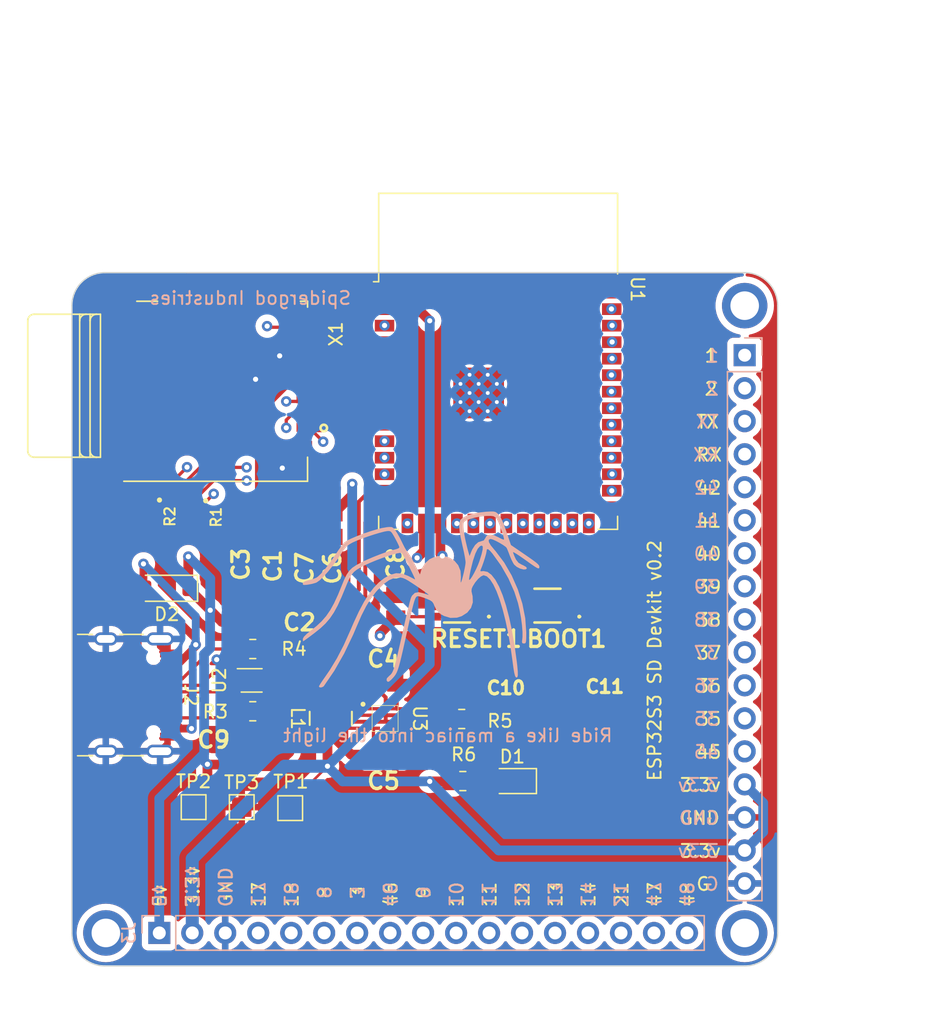
<source format=kicad_pcb>
(kicad_pcb (version 20221018) (generator pcbnew)
  (layers (0 "F.Cu" signal) (1 "In1.Cu" signal) (2 "In2.Cu" signal) (31 "B.Cu" signal) (34 "B.Paste" user) (35 "F.Paste" user) (36 "B.SilkS" user "B.Silkscreen") (37 "F.SilkS" user "F.Silkscreen") (38 "B.Mask" user) (39 "F.Mask" user) (44 "Edge.Cuts" user))
  (net 0 "")
  (net 1 "+3.3V")
  (net 2 "GND")
  (net 3 "+5V")
  (net 4 "Net-(J2-CC1)")
  (net 5 "Net-(J2-D+-PadA6)")
  (net 6 "Net-(J2-D--PadA7)")
  (net 8 "Net-(J2-CC2)")
  (net 10 "Net-(L1-Pad1)")
  (net 11 "/SD Card/SD_CLK")
  (net 12 "/SD Card/SD_CMD")
  (net 13 "/SD Card/SD_D0")
  (net 14 "/SD Card/SD_D1")
  (net 15 "/SD Card/SD_D2")
  (net 16 "/SD Card/SD_D3")
  (net 17 "/USB C/USB_D+")
  (net 18 "/USB C/USB_D-")
  (net 19 "/Reset Boot Buttons/BOOT_BUTTON")
  (net 20 "/Reset Boot Buttons/RESET_BUTTON")
  (net 21 "Net-(D1-A)")
  (net 22 "GPIO_17")
  (net 23 "GPIO_18")
  (net 24 "GPIO_8")
  (net 25 "GPIO_3")
  (net 26 "GPIO_46")
  (net 27 "GPIO_9")
  (net 28 "GPIO_10")
  (net 29 "GPIO_11")
  (net 30 "GPIO_12")
  (net 31 "GPIO_13")
  (net 32 "GPIO_14")
  (net 33 "GPIO_21")
  (net 34 "GPIO_47")
  (net 35 "GPIO_48")
  (net 36 "GPIO_45")
  (net 37 "GPIO_35")
  (net 38 "GPIO_36")
  (net 39 "GPIO_37")
  (net 40 "GPIO_38")
  (net 41 "GPIO_39")
  (net 42 "GPIO_40")
  (net 43 "GPIO_41")
  (net 44 "GPIO_42")
  (net 45 "RXD0")
  (net 46 "TXD0")
  (net 47 "GPIO_2")
  (net 48 "GPIO_1")
  (net 52 "Net-(D2-A)")
  (footprint "dowloaded_parts:DM3AT-SF-PEJM5" (layer "F.Cu") (at 136.2639 75.3763 -90)
    (fp_text reference "X1")
    (fp_text value "DM3AT-SF-PEJM5")
  )
  (footprint "dowloaded_parts:PTS830GG140GSMTRLFS" (layer "F.Cu") (at 148.031 92.2918 180)
    (fp_text reference "RESET1")
    (fp_text value "PTS830GG140GSMTRLFS" hide)
  )
  (footprint "Resistor_SMD:R_0805_2012Metric_Pad1.20x1.40mm_HandSolder" (layer "F.Cu") (at 148.472 105.791 180)
    (fp_text reference "R6")
    (fp_text value "RNCP0805FTD1K00" hide)
  )
  (footprint "dowloaded_parts:Resistor_Array_0805_x4" (layer "F.Cu") (at 124.21 85.67 -90)
    (fp_text reference "R2")
    (fp_text value "YC124-JR-0747KL" hide)
  )
  (footprint "Resistor_SMD:R_0805_2012Metric_Pad1.20x1.40mm_HandSolder" (layer "F.Cu") (at 148.3868 101.0158 180)
    (fp_text reference "R5")
    (fp_text value "RC0805JR-0710KL" hide)
  )
  (footprint "dowloaded_parts:0805_cap" (layer "F.Cu") (at 131.4302 86.1018 -90)
    (fp_text reference "C3")
    (fp_text value "CL21B104KBCNNNC" hide)
  )
  (footprint "dowloaded_parts:0805_cap" (layer "F.Cu") (at 148.336 98.6282 180)
    (fp_text reference "C10")
    (fp_text value "CL21B104KBCNNNC" hide)
  )
  (footprint "dowloaded_parts:0805_cap" (layer "F.Cu") (at 143.3068 92.3798 90)
    (fp_text reference "C8")
    (fp_text value "CL21B105KBFNNNG" hide)
  )
  (footprint "dowloaded_parts:0805_cap" (layer "F.Cu") (at 136.2414 86.1018 -90)
    (fp_text reference "C7")
    (fp_text value "CL21A106KOQNNNE" hide)
  )
  (footprint "dowloaded_parts:0805_cap" (layer "F.Cu") (at 132.4466 93.5362)
    (fp_text reference "C2")
    (fp_text value "CL21B104KBCNNNC" hide)
  )
  (footprint "Resistor_SMD:R_0805_2012Metric_Pad1.20x1.40mm_HandSolder" (layer "F.Cu") (at 132.2942 100.4196)
    (fp_text reference "R3")
    (fp_text value "RC0805FR-075K1L" hide)
  )
  (footprint "dowloaded_parts:IND_NRS3015T100MNGHV_TAY" (layer "F.Cu") (at 138.303 100.965 -90)
    (fp_text reference "L1")
    (fp_text value "NRS3015T1R0NNGHV" hide)
  )
  (footprint "dowloaded_parts:Resistor_Array_0805_x4" (layer "F.Cu") (at 127.77 85.725 -90)
    (fp_text reference "R1")
    (fp_text value "YC124-JR-0747KL" hide)
  )
  (footprint "MountingHole:MountingHole_2.2mm_M2_ISO7380_Pad" (layer "F.Cu") (at 170.18 69.215)
    (fp_text reference "H2" hide)
    (fp_text value "MountingHole" hide)
  )
  (footprint "dowloaded_parts:0805_cap" (layer "F.Cu") (at 155.8036 98.5266)
    (fp_text reference "C11")
    (fp_text value "CL21B104KBCNNNC" hide)
  )
  (footprint "dowloaded_parts:PTS830GG140GSMTRLFS" (layer "F.Cu") (at 154.991 92.2918 180)
    (fp_text reference "BOOT1")
    (fp_text value "PTS830GG140GSMTRLFS" hide)
  )
  (footprint "TestPoint:TestPoint_Pad_1.5x1.5mm" (layer "F.Cu") (at 135.1788 107.8738 90)
    (fp_text reference "TP1")
    (fp_text value "TestPoint" hide)
  )
  (footprint "dowloaded_parts:MLF-8_MT_MCH" (layer "F.Cu") (at 142.48615 100.976999)
    (fp_text reference "U3")
    (fp_text value "MIC23150-SYMT-TR" hide)
  )
  (footprint "dowloaded_parts:0805_cap" (layer "F.Cu") (at 142.367 98.171)
    (fp_text reference "C4")
    (fp_text value "CL21A475KAQNNNE" hide)
  )
  (footprint "MountingHole:MountingHole_2.2mm_M2_ISO7380_Pad" (layer "F.Cu") (at 120.9802 117.475)
    (fp_text reference "H1" hide)
    (fp_text value "MountingHole" hide)
  )
  (footprint "dowloaded_parts:0805_cap" (layer "F.Cu") (at 132.345 102.5024 180)
    (fp_text reference "C9")
    (fp_text value "CL21A106KOQNNNE" hide)
  )
  (footprint "dowloaded_parts:0805_cap" (layer "F.Cu") (at 138.4766 86.1018 -90)
    (fp_text reference "C6")
    (fp_text value "CL21B104KBCNNNC" hide)
  )
  (footprint "Diode_SMD:D_SOD-123" (layer "F.Cu") (at 125.6792 90.9574 180)
    (fp_text reference "D2")
    (fp_text value "B0540WS-TP" hide)
  )
  (footprint "dowloaded_parts:0805_cap" (layer "F.Cu") (at 142.367 103.759)
    (fp_text reference "C5")
    (fp_text value "CL21A475KAQNNNE" hide)
  )
  (footprint "Connector_USB:USB_C_Receptacle_GCT_USB4105-xx-A_16P_TopMnt_Horizontal" (layer "F.Cu") (at 122.05 99.175 -90)
    (fp_text reference "J2")
    (fp_text value "USB4105-GF-A" hide)
  )
  (footprint "dowloaded_parts:0805_cap" (layer "F.Cu") (at 133.803 86.1018 -90)
    (fp_text reference "C1")
    (fp_text value "CL21A106KOQNNNE" hide)
  )
  (footprint "LED_SMD:LED_0805_2012Metric_Pad1.15x1.40mm_HandSolder" (layer "F.Cu") (at 152.282 105.791 180)
    (fp_text reference "D1")
    (fp_text value "LTST-C170KFKT" hide)
  )
  (footprint "TestPoint:TestPoint_Pad_1.5x1.5mm" (layer "F.Cu") (at 127.7366 107.7976)
    (fp_text reference "TP2")
    (fp_text value "TestPoint" hide)
  )
  (footprint "TestPoint:TestPoint_Pad_1.5x1.5mm" (layer "F.Cu") (at 131.445 107.7976)
    (fp_text reference "TP3")
    (fp_text value "TestPoint" hide)
  )
  (footprint "dowloaded_parts:ESP32-S3-WROOM-1" (layer "F.Cu") (at 151.1914 73.4738)
    (fp_text reference "U1")
    (fp_text value "ESP32-S3-WROOM-1" hide)
  )
  (footprint "Package_TO_SOT_SMD:SOT-666" (layer "F.Cu") (at 132.207 98.044)
    (fp_text reference "U2")
    (fp_text value "USBLC6-2P6" hide)
  )
  (footprint "Resistor_SMD:R_0805_2012Metric_Pad1.20x1.40mm_HandSolder" (layer "F.Cu") (at 132.2942 95.631)
    (fp_text reference "R4")
    (fp_text value "RC0805FR-075K1L" hide)
  )
  (footprint "MountingHole:MountingHole_2.2mm_M2_ISO7380_Pad" (layer "F.Cu") (at 170.18 117.475)
    (fp_text reference "H3" hide)
    (fp_text value "MountingHole" hide)
  )
  (footprint "LOGO" (layer "B.Cu") (at 145.288 91.821 180)
    (fp_text reference "G***" hide)
    (fp_text value "LOGO" hide)
  )
  (footprint "Connector_PinHeader_2.54mm:PinHeader_1x17_P2.54mm_Vertical" (layer "B.Cu") (at 125.095 117.475 -90)
    (fp_text reference "J3")
    (fp_text value "Conn_01x17" hide)
  )
  (footprint "Connector_PinHeader_2.54mm:PinHeader_1x17_P2.54mm_Vertical" (layer "B.Cu") (at 170.18 73.025 180)
    (fp_text reference "J1" hide)
    (fp_text value "Conn_01x17" hide)
  )
  (gr_line (start 172.72 117.475) (end 172.72 69.215) (stroke (width 0.1)) (layer "Edge.Cuts"))
  (gr_line (start 118.364 69.215) (end 118.364 117.475) (stroke (width 0.1)) (layer "Edge.Cuts"))
  (gr_arc (start 120.904 120.015) (mid 119.107949 119.271051) (end 118.364 117.475) (stroke (width 0.1)) (layer "Edge.Cuts"))
  (gr_arc (start 118.364 69.215) (mid 119.107949 67.418949) (end 120.904 66.675) (stroke (width 0.1)) (layer "Edge.Cuts"))
  (gr_arc (start 172.72 117.475) (mid 171.976051 119.271051) (end 170.18 120.015) (stroke (width 0.1)) (layer "Edge.Cuts"))
  (gr_arc (start 170.18 66.675) (mid 171.976051 67.418949) (end 172.72 69.215) (stroke (width 0.1)) (layer "Edge.Cuts"))
  (gr_line (start 120.904 120.015) (end 170.18 120.015) (stroke (width 0.1)) (layer "Edge.Cuts"))
  (gr_line (start 120.904 66.675) (end 170.18 66.675) (stroke (width 0.1)) (layer "Edge.Cuts"))
  (gr_text "38" (at 168.275 93.98) (layer "B.SilkS") (effects (font (size 1 1)) (justify left bottom mirror)))
  (gr_text "39" (at 168.275 91.44) (layer "B.SilkS") (effects (font (size 1 1)) (justify left bottom mirror)))
  (gr_text "3.3v" (at 168.275 111.76) (layer "B.SilkS") (effects (font (size 1 1)) (justify left bottom mirror)))
  (gr_text "GND" (at 168.275 109.22) (layer "B.SilkS") (effects (font (size 1 1)) (justify left bottom mirror)))
  (gr_text "5v" (at 124.46 115.57 -90) (layer "B.SilkS") (effects (font (size 1 1)) (justify left bottom mirror)))
  (gr_text "42" (at 168.275 83.82) (layer "B.SilkS") (effects (font (size 1 1)) (justify left bottom mirror)))
  (gr_text "48" (at 165.1 115.57 -90) (layer "B.SilkS") (effects (font (size 1 1)) (justify left bottom mirror)))
  (gr_text "3.3v" (at 127 115.57 -90) (layer "B.SilkS") (effects (font (size 1 1)) (justify left bottom mirror)))
  (gr_text "45" (at 168.275 104.14) (layer "B.SilkS") (effects (font (size 1 1)) (justify left bottom mirror)))
  (gr_text "GND" (at 129.54 115.57 -90) (layer "B.SilkS") (effects (font (size 1 1)) (justify left bottom mirror)))
  (gr_text "11" (at 149.86 115.57 -90) (layer "B.SilkS") (effects (font (size 1 1)) (justify left bottom mirror)))
  (gr_text "Ride like a maniac into the light" (at 147.32 102.87) (layer "B.SilkS") (effects (font (size 1 1)) (justify bottom mirror)))
  (gr_text "1" (at 168.275 73.66) (layer "B.SilkS") (effects (font (size 1 1)) (justify left bottom mirror)))
  (gr_text "14" (at 157.48 115.57 -90) (layer "B.SilkS") (effects (font (size 1 1)) (justify left bottom mirror)))
  (gr_text "TX" (at 168.275 78.74) (layer "B.SilkS") (effects (font (size 1 1)) (justify left bottom mirror)))
  (gr_text "37" (at 168.275 96.52) (layer "B.SilkS") (effects (font (size 1 1)) (justify left bottom mirror)))
  (gr_text "G" (at 168.275 114.3) (layer "B.SilkS") (effects (font (size 1 1)) (justify left bottom mirror)))
  (gr_text "3" (at 139.7 114.935 -90) (layer "B.SilkS") (effects (font (size 1 1)) (justify left bottom mirror)))
  (gr_text "40" (at 168.275 88.9) (layer "B.SilkS") (effects (font (size 1 1)) (justify left bottom mirror)))
  (gr_text "3.3v" (at 168.275 106.68) (layer "B.SilkS") (effects (font (size 1 1)) (justify left bottom mirror)))
  (gr_text "35" (at 168.275 101.6) (layer "B.SilkS") (effects (font (size 1 1)) (justify left bottom mirror)))
  (gr_text "18" (at 134.62 115.57 -90) (layer "B.SilkS") (effects (font (size 1 1)) (justify left bottom mirror)))
  (gr_text "10" (at 147.32 115.57 -90) (layer "B.SilkS") (effects (font (size 1 1)) (justify left bottom mirror)))
  (gr_text "9" (at 144.78 114.935 -90) (layer "B.SilkS") (effects (font (size 1 1)) (justify left bottom mirror)))
  (gr_text "Spidergod Industries" (at 139.954 69.215) (layer "B.SilkS") (effects (font (size 1 1)) (justify left bottom mirror)))
  (gr_text "21" (at 160.02 115.57 -90) (layer "B.SilkS") (effects (font (size 1 1)) (justify left bottom mirror)))
  (gr_text "RX" (at 168.275 81.28) (layer "B.SilkS") (effects (font (size 1 1)) (justify left bottom mirror)))
  (gr_text "46" (at 142.24 115.57 -90) (layer "B.SilkS") (effects (font (size 1 1)) (justify left bottom mirror)))
  (gr_text "2" (at 168.275 76.2) (layer "B.SilkS") (effects (font (size 1 1)) (justify left bottom mirror)))
  (gr_text "12" (at 152.4 115.57 -90) (layer "B.SilkS") (effects (font (size 1 1)) (justify left bottom mirror)))
  (gr_text "13" (at 154.94 115.57 -90) (layer "B.SilkS") (effects (font (size 1 1)) (justify left bottom mirror)))
  (gr_text "8" (at 137.16 114.935 -90) (layer "B.SilkS") (effects (font (size 1 1)) (justify left bottom mirror)))
  (gr_text "17" (at 132.08 115.57 -90) (layer "B.SilkS") (effects (font (size 1 1)) (justify left bottom mirror)))
  (gr_text "41" (at 168.275 86.36) (layer "B.SilkS") (effects (font (size 1 1)) (justify left bottom mirror)))
  (gr_text "47" (at 162.56 115.57 -90) (layer "B.SilkS") (effects (font (size 1 1)) (justify left bottom mirror)))
  (gr_text "36" (at 168.275 99.06) (layer "B.SilkS") (effects (font (size 1 1)) (justify left bottom mirror)))
  (gr_text "13" (at 156.21 115.57 90) (layer "F.SilkS") (effects (font (size 1 1)) (justify left bottom)))
  (gr_text "10" (at 148.59 115.57 90) (layer "F.SilkS") (effects (font (size 1 1)) (justify left bottom)))
  (gr_text "RX" (at 166.37 81.28) (layer "F.SilkS") (effects (font (size 1 1)) (justify left bottom)))
  (gr_text "G" (at 166.37 114.3) (layer "F.SilkS") (effects (font (size 1 1)) (justify left bottom)))
  (gr_text "36" (at 166.37 99.06) (layer "F.SilkS") (effects (font (size 1 1)) (justify left bottom)))
  (gr_text "14" (at 158.75 115.57 90) (layer "F.SilkS") (effects (font (size 1 1)) (justify left bottom)))
  (gr_text "21" (at 161.29 115.57 90) (layer "F.SilkS") (effects (font (size 1 1)) (justify left bottom)))
  (gr_text "35" (at 166.37 101.6) (layer "F.SilkS") (effects (font (size 1 1)) (justify left bottom)))
  (gr_text "3" (at 140.97 114.935 90) (layer "F.SilkS") (effects (font (size 1 1)) (justify left bottom)))
  (gr_text "9" (at 146.05 114.935 90) (layer "F.SilkS") (effects (font (size 1 1)) (justify left bottom)))
  (gr_text "38" (at 166.37 93.98) (layer "F.SilkS") (effects (font (size 1 1)) (justify left bottom)))
  (gr_text "42" (at 166.37 83.82) (layer "F.SilkS") (effects (font (size 1 1)) (justify left bottom)))
  (gr_text "37" (at 166.37 96.52) (layer "F.SilkS") (effects (font (size 1 1)) (justify left bottom)))
  (gr_text "ESP32S3 SD Devkit v0.2" (at 163.83 96.52 90) (layer "F.SilkS") (effects (font (size 1 1)) (justify bottom)))
  (gr_text "18" (at 135.89 115.57 90) (layer "F.SilkS") (effects (font (size 1 1)) (justify left bottom)))
  (gr_text "3.3v" (at 128.27 115.57 90) (layer "F.SilkS") (effects (font (size 1 1)) (justify left bottom)))
  (gr_text "45" (at 166.37 104.14) (layer "F.SilkS") (effects (font (size 1 1)) (justify left bottom)))
  (gr_text "5v" (at 125.73 115.57 90) (layer "F.SilkS") (effects (font (size 1 1)) (justify left bottom)))
  (gr_text "47" (at 163.83 115.57 90) (layer "F.SilkS") (effects (font (size 1 1)) (justify left bottom)))
  (gr_text "3.3v" (at 165.1 106.68) (layer "F.SilkS") (effects (font (size 1 1)) (justify left bottom)))
  (gr_text "3.3v" (at 165.1 111.76) (layer "F.SilkS") (effects (font (size 1 1)) (justify left bottom)))
  (gr_text "48" (at 166.37 115.57 90) (layer "F.SilkS") (effects (font (size 1 1)) (justify left bottom)))
  (gr_text "1" (at 167.005 73.66) (layer "F.SilkS") (effects (font (size 1 1)) (justify left bottom)))
  (gr_text "8" (at 138.43 114.935 90) (layer "F.SilkS") (effects (font (size 1 1)) (justify left bottom)))
  (gr_text "GND" (at 130.81 115.57 90) (layer "F.SilkS") (effects (font (size 1 1)) (justify left bottom)))
  (gr_text "12" (at 153.67 115.57 90) (layer "F.SilkS") (effects (font (size 1 1)) (justify left bottom)))
  (gr_text "2" (at 167.005 76.2) (layer "F.SilkS") (effects (font (size 1 1)) (justify left bottom)))
  (gr_text "11" (at 151.13 115.57 90) (layer "F.SilkS") (effects (font (size 1 1)) (justify left bottom)))
  (gr_text "TX" (at 166.37 78.74) (layer "F.SilkS") (effects (font (size 1 1)) (justify left bottom)))
  (gr_text "40" (at 166.37 88.9) (layer "F.SilkS") (effects (font (size 1 1)) (justify left bottom)))
  (gr_text "39" (at 166.37 91.44) (layer "F.SilkS") (effects (font (size 1 1)) (justify left bottom)))
  (gr_text "17" (at 133.35 115.57 90) (layer "F.SilkS") (effects (font (size 1 1)) (justify left bottom)))
  (gr_text "41" (at 166.37 86.36) (layer "F.SilkS") (effects (font (size 1 1)) (justify left bottom)))
  (gr_text "GND" (at 165.1 109.22) (layer "F.SilkS") (effects (font (size 1 1)) (justify left bottom)))
  (gr_text "46" (at 143.51 115.57 90) (layer "F.SilkS") (effects (font (size 1 1)) (justify left bottom)))
  (segment (start 138.049 102.4408) (end 138.303 102.1868) (width 0.75) (layer "F.Cu") (net 1))
  (segment (start 135.1788 108.1024) (end 135.1788 107.5182) (width 0.2) (layer "F.Cu") (net 1))
  (segment (start 134.8846 85.2608) (end 136.2414 85.2608) (width 0.75) (layer "F.Cu") (net 1))
  (segment (start 128.595 86.305) (end 129.877 86.305) (width 0.5) (layer "F.Cu") (net 1))
  (segment (start 145.923 70.376141) (end 145.030659 69.4838) (width 0.75) (layer "F.Cu") (net 1))
  (segment (start 127.52 86.305) (end 128.02 86.305) (width 0.5) (layer "F.Cu") (net 1))
  (segment (start 139.954 82.931) (end 139.954 83.7834) (width 0.75) (layer "F.Cu") (net 1))
  (segment (start 138.7628 101.727) (end 138.303 102.1868) (width 0.25) (layer "F.Cu") (net 1))
  (segment (start 129.877 86.305) (end 130.9212 85.2608) (width 0.5) (layer "F.Cu") (net 1))
  (segment (start 123.385 86.25) (end 123.96 86.25) (width 0.5) (layer "F.Cu") (net 1))
  (segment (start 141.5893 101.727) (end 138.7628 101.727) (width 0.25) (layer "F.Cu") (net 1))
  (segment (start 139.8752 103.759) (end 138.303 102.1868) (width 0.75) (layer "F.Cu") (net 1))
  (segment (start 125.035 86.25) (end 126.89 86.25) (width 0.5) (layer "F.Cu") (net 1))
  (segment (start 136.2414 85.2608) (end 138.4766 85.2608) (width 0.75) (layer "F.Cu") (net 1))
  (segment (start 145.923 105.8164) (end 147.4466 105.8164) (width 0.75) (layer "F.Cu") (net 1))
  (segment (start 132.842 85.2608) (end 133.803 85.2608) (width 0.75) (layer "F.Cu") (net 1))
  (segment (start 141.5893 103.6957) (end 141.526 103.759) (width 0.25) (layer "F.Cu") (net 1))
  (segment (start 147.3868 105.7058) (end 147.472 105.791) (width 0.25) (layer "F.Cu") (net 1))
  (segment (start 130.9212 85.2608) (end 131.4302 85.2608) (width 0.5) (layer "F.Cu") (net 1))
  (segment (start 138.049 104.648) (end 138.049 102.4408) (width 0.75) (layer "F.Cu") (net 1))
  (segment (start 126.945 86.305) (end 127.52 86.305) (width 0.5) (layer "F.Cu") (net 1))
  (segment (start 131.4302 85.2608) (end 132.842 85.2608) (width 0.75) (layer "F.Cu") (net 1))
  (segment (start 135.1788 107.5182) (end 138.049 104.648) (width 0.2) (layer "F.Cu") (net 1))
  (segment (start 124.46 86.25) (end 125.035 86.25) (width 0.5) (layer "F.Cu") (net 1))
  (segment (start 123.96 86.25) (end 124.46 86.25) (width 0.5) (layer "F.Cu") (net 1))
  (segment (start 128.595 86.305) (end 128.02 86.305) (width 0.5) (layer "F.Cu") (net 1))
  (segment (start 133.803 85.2608) (end 134.8846 85.2608) (width 0.75) (layer "F.Cu") (net 1))
  (segment (start 136.2639 75.2763) (end 134.799841 75.2763) (width 0.75) (layer "F.Cu") (net 1))
  (segment (start 134.799841 75.2763) (end 132.842 77.234141) (width 0.75) (layer "F.Cu") (net 1))
  (segment (start 139.954 83.7834) (end 138.4766 85.2608) (width 0.75) (layer "F.Cu") (net 1))
  (segment (start 126.89 86.25) (end 126.945 86.305) (width 0.5) (layer "F.Cu") (net 1))
  (segment (start 147.4466 105.8164) (end 147.472 105.791) (width 0.75) (layer "F.Cu") (net 1))
  (segment (start 132.842 77.234141) (end 132.842 85.2608) (width 0.75) (layer "F.Cu") (net 1))
  (segment (start 147.3868 101.0158) (end 147.3868 105.7058) (width 0.25) (layer "F.Cu") (net 1))
  (segment (start 141.5893 101.727) (end 141.5893 103.6957) (width 0.25) (layer "F.Cu") (net 1))
  (segment (start 145.030659 69.4838) (end 142.4414 69.4838) (width 0.75) (layer "F.Cu") (net 1))
  (segment (start 141.526 103.759) (end 139.8752 103.759) (width 0.75) (layer "F.Cu") (net 1))
  (via (at 138.049 104.648) (size 0.8) (drill 0.4) (layers "F.Cu" "B.Cu") (net 1))
  (via (at 145.923 105.8164) (size 0.8) (drill 0.4) (layers "F.Cu" "B.Cu") (net 1))
  (via (at 145.923 70.376141) (size 0.8) (drill 0.4) (layers "F.Cu" "B.Cu") (net 1))
  (via (at 139.954 82.931) (size 0.8) (drill 0.4) (layers "F.Cu" "B.Cu") (net 1))
  (segment (start 171.605 109.7) (end 171.605 107.47) (width 0.75) (layer "B.Cu") (net 1))
  (segment (start 139.954 89.408) (end 139.954 82.931) (width 0.75) (layer "B.Cu") (net 1))
  (segment (start 145.923 96.774) (end 138.049 104.648) (width 0.75) (layer "B.Cu") (net 1))
  (segment (start 151.2316 111.125) (end 170.18 111.125) (width 0.75) (layer "B.Cu") (net 1))
  (segment (start 134.747 104.648) (end 127.635 111.76) (width 1) (layer "B.Cu") (net 1))
  (segment (start 145.923 70.376141) (end 145.923 95.377) (width 0.75) (layer "B.Cu") (net 1))
  (segment (start 145.923 105.8164) (end 151.2316 111.125) (width 0.75) (layer "B.Cu") (net 1))
  (segment (start 139.2174 105.8164) (end 145.923 105.8164) (width 0.75) (layer "B.Cu") (net 1))
  (segment (start 170.18 111.125) (end 171.605 109.7) (width 0.75) (layer "B.Cu") (net 1))
  (segment (start 138.049 104.648) (end 139.2174 105.8164) (width 0.75) (layer "B.Cu") (net 1))
  (segment (start 127.635 111.76) (end 127.635 117.475) (width 1) (layer "B.Cu") (net 1))
  (segment (start 145.923 95.377) (end 139.954 89.408) (width 0.75) (layer "B.Cu") (net 1))
  (segment (start 171.605 107.47) (end 170.18 106.045) (width 0.75) (layer "B.Cu") (net 1))
  (segment (start 145.923 95.377) (end 145.923 96.774) (width 0.75) (layer "B.Cu") (net 1))
  (segment (start 138.049 104.648) (end 134.747 104.648) (width 1) (layer "B.Cu") (net 1))
  (segment (start 156.716 92.2918) (end 156.716 91.5918) (width 0.3) (layer "F.Cu") (net 2))
  (segment (start 125.73 102.92) (end 125.155 103.495) (width 0.5) (layer "F.Cu") (net 2))
  (segment (start 149.756 92.2918) (end 149.756 91.5918) (width 0.3) (layer "F.Cu") (net 2))
  (segment (start 133.2942 102.3942) (end 133.186 102.5024) (width 0.75) (layer "F.Cu") (net 2))
  (segment (start 146.306 92.2918) (end 146.306 91.5918) (width 0.3) (layer "F.Cu") (net 2))
  (segment (start 143.383 103.6475) (end 143.2715 103.759) (width 0.3) (layer "F.Cu") (net 2))
  (segment (start 125.155 94.855) (end 125.155 95.4) (width 0.5) (layer "F.Cu") (net 2))
  (segment (start 125.73 102.375) (end 125.73 102.92) (width 0.5) (layer "F.Cu") (net 2))
  (segment (start 153.266 91.5918) (end 153.416 91.4418) (width 0.3) (layer "F.Cu") (net 2))
  (segment (start 149.756 91.5918) (end 149.606 91.4418) (width 0.3) (layer "F.Cu") (net 2))
  (segment (start 143.383 101.727) (end 143.383 103.6475) (width 0.3) (layer "F.Cu") (net 2))
  (segment (start 125.655 95.9) (end 125.73 95.9) (width 0.5) (layer "F.Cu") (net 2))
  (segment (start 133.2942 100.4196) (end 133.2942 102.3942) (width 0.75) (layer "F.Cu") (net 2))
  (segment (start 156.716 91.5918) (end 156.566 91.4418) (width 0.3) (layer "F.Cu") (net 2))
  (segment (start 146.306 91.5918) (end 146.456 91.4418) (width 0.3) (layer "F.Cu") (net 2))
  (segment (start 131.282 98.044) (end 131.857 98.044) (width 0.3) (layer "F.Cu") (net 2))
  (segment (start 134.3655 73.0763) (end 134.3147 73.0763) (width 0.5) (layer "F.Cu") (net 2))
  (segment (start 131.6866 96.7486) (end 129.8194 96.7486) (width 0.3) (layer "F.Cu") (net 2))
  (segment (start 133.2872 100.4196) (end 133.2942 100.4196) (width 0.3) (layer "F.Cu") (net 2))
  (segment (start 136.2414 87.0063) (end 138.4766 87.0063) (width 0.75) (layer "F.Cu") (net 2))
  (segment (start 143.383 100.226998) (end 143.383 98.2825) (width 0.3) (layer "F.Cu") (net 2))
  (segment (start 131.957 97.944) (end 131.957 97.019) (width 0.3) (layer "F.Cu") (net 2))
  (segment (start 133.803 87.0063) (end 136.2414 87.0063) (width 0.75) (layer "F.Cu") (net 2))
  (segment (start 134.3147 73.0763) (end 132.5118 74.8792) (width 0.5) (layer "F.Cu") (net 2))
  (segment (start 134.3655 73.0763) (end 136.2639 73.0763) (width 0.5) (layer "F.Cu") (net 2))
  (segment (start 143.383 98.2825) (end 143.2715 98.171) (width 0.3) (layer "F.Cu") (net 2))
  (segment (start 131.4302 87.0063) (end 133.803 87.0063) (width 0.75) (layer "F.Cu") (net 2))
  (segment (start 153.266 92.2918) (end 153.266 91.5918) (width 0.3) (layer "F.Cu") (net 2))
  (segment (start 131.9856 98.1726) (end 131.9856 99.118) (width 0.3) (layer "F.Cu") (net 2))
  (segment (start 131.857 98.044) (end 131.9856 98.1726) (width 0.3) (layer "F.Cu") (net 2))
  (segment (start 131.957 97.019) (end 131.6866 96.7486) (width 0.3) (layer "F.Cu") (net 2))
  (segment (start 131.857 98.044) (end 131.957 97.944) (width 0.3) (layer "F.Cu") (net 2))
  (segment (start 129.8194 96.7486) (end 129.5146 96.4438) (width 0.3) (layer "F.Cu") (net 2))
  (segment (start 131.9856 99.118) (end 133.2872 100.4196) (width 0.3) (layer "F.Cu") (net 2))
  (segment (start 125.155 95.4) (end 125.655 95.9) (width 0.5) (layer "F.Cu") (net 2))
  (via (at 129.5146 96.4438) (size 0.8) (drill 0.4) (layers "F.Cu" "B.Cu") (net 2))
  (via (at 132.5118 74.8792) (size 0.8) (drill 0.4) (layers "F.Cu" "B.Cu") (net 2))
  (via (at 134.5692 81.7118) (size 0.8) (drill 0.4) (layers "F.Cu" "B.Cu") (net 2))
  (via (at 134.3655 73.0763) (size 0.8) (drill 0.4) (layers "F.Cu" "B.Cu") (net 2))
  (segment (start 127.3292 88.52) (end 127.3292 90.9574) (width 0.75) (layer "F.Cu") (net 3))
  (segment (start 128.8034 106.7308) (end 127.7366 107.7976) (width 0.75) (layer "F.Cu") (net 3))
  (segment (start 135.001 101.092) (end 135.001 103.505) (width 1) (layer "F.Cu") (net 3))
  (segment (start 142.52985 101.135849) (end 142.52985 100.457) (width 0.3) (layer "F.Cu") (net 3))
  (segment (start 141.5893 101.226999) (end 142.621 101.226999) (width 0.3) (layer "F.Cu") (net 3))
  (segment (start 132.432 97.917) (end 132.432 96.822249) (width 0.25) (layer "F.Cu") (net 3))
  (segment (start 135.001 99.7708) (end 135.001 101.092) (width 1) (layer "F.Cu") (net 3))
  (segment (start 132.2192 94.1498) (end 131.6056 93.5362) (width 0.25) (layer "F.Cu") (net 3))
  (segment (start 127.3302 88.519) (end 127.3292 88.52) (width 0.75) (layer "F.Cu") (net 3))
  (segment (start 132.559 98.044) (end 132.432 97.917) (width 0.25) (layer "F.Cu") (net 3))
  (segment (start 142.52985 100.703998) (end 142.52985 100.457) (width 0.3) (layer "F.Cu") (net 3))
  (segment (start 131.4405 103.7545) (end 131.4405 102.5024) (width 1) (layer "F.Cu") (net 3))
  (segment (start 132.432 96.822249) (end 132.2192 96.609449) (width 0.25) (layer "F.Cu") (net 3))
  (segment (start 142.552851 100.726999) (end 142.52985 100.703998) (width 0.3) (layer "F.Cu") (net 3))
  (segment (start 143.383 100.726999) (end 142.552851 100.726999) (width 0.3) (layer "F.Cu") (net 3))
  (segment (start 129.908 93.5362) (end 131.6056 93.5362) (width 0.75) (layer "F.Cu") (net 3))
  (segment (start 141.5893 101.226999) (end 135.135999 101.226999) (width 0.3) (layer "F.Cu") (net 3))
  (segment (start 142.52985 100.457) (end 142.52985 99.35385) (width 0.3) (layer "F.Cu") (net 3))
  (segment (start 142.621 101.226999) (end 143.383 101.226999) (width 0.3) (layer "F.Cu") (net 3))
  (segment (start 128.8034 104.4956) (end 128.8034 106.7308) (width 0.75) (layer "F.Cu") (net 3))
  (segment (start 142.52985 99.35385) (end 141.526 98.35) (width 0.3) (layer "F.Cu") (net 3))
  (segment (start 128.8034 104.4956) (end 128.8288 104.521) (width 0.75) (layer "F.Cu") (net 3))
  (segment (start 141.526 98.171) (end 136.6008 98.171) (width 1) (layer "F.Cu") (net 3))
  (segment (start 133.132 98.044) (end 132.559 98.044) (width 0.25) (layer "F.Cu") (net 3))
  (segment (start 132.2192 96.609449) (end 132.2192 94.1498) (width 0.25) (layer "F.Cu") (net 3))
  (segment (start 135.001 103.505) (end 133.985 104.521) (width 1) (layer "F.Cu") (net 3))
  (segment (start 142.621 101.226999) (end 142.52985 101.135849) (width 0.3) (layer "F.Cu") (net 3))
  (segment (start 133.985 104.521) (end 132.207 104.521) (width 1) (layer "F.Cu") (net 3))
  (segment (start 135.135999 101.226999) (end 135.001 101.092) (width 0.3) (layer "F.Cu") (net 3))
  (segment (start 136.6008 98.171) (end 135.001 99.7708) (width 1) (layer "F.Cu") (net 3))
  (segment (start 128.8288 104.521) (end 132.207 104.521) (width 0.75) (layer "F.Cu") (net 3))
  (segment (start 129.0188 92.647) (end 129.908 93.5362) (width 0.75) (layer "F.Cu") (net 3))
  (segment (start 127.3292 90.9574) (end 129.0188 92.647) (width 0.75) (layer "F.Cu") (net 3))
  (segment (start 132.207 104.521) (end 131.4405 103.7545) (width 1) (layer "F.Cu") (net 3))
  (via (at 129.0188 92.647) (size 0.8) (drill 0.4) (layers "F.Cu" "B.Cu") (net 3))
  (via (at 128.8034 104.4956) (size 0.8) (drill 0.4) (layers "F.Cu" "B.Cu") (net 3))
  (via (at 127.3302 88.519) (size 0.8) (drill 0.4) (layers "F.Cu" "B.Cu") (net 3))
  (segment (start 129.0188 92.647) (end 129.0066 92.6592) (width 0.75) (layer "B.Cu") (net 3))
  (segment (start 128.8034 104.4956) (end 128.5396 104.2318) (width 0.75) (layer "B.Cu") (net 3))
  (segment (start 129.0066 95.572941) (end 128.5396 96.039941) (width 0.75) (layer "B.Cu") (net 3))
  (segment (start 128.5396 96.847659) (end 128.5494 96.857459) (width 0.75) (layer "B.Cu") (net 3))
  (segment (start 128.5396 96.039941) (end 128.5396 96.847659) (width 0.75) (layer "B.Cu") (net 3))
  (segment (start 128.5494 103.6828) (end 128.5396 103.6926) (width 0.75) (layer "B.Cu") (net 3))
  (segment (start 129.0066 92.6592) (end 129.0066 95.572941) (width 0.75) (layer "B.Cu") (net 3))
  (segment (start 128.5494 96.857459) (end 128.5494 103.6828) (width 0.75) (layer "B.Cu") (net 3))
  (segment (start 128.5396 104.2318) (end 128.5396 103.6926) (width 0.75) (layer "B.Cu") (net 3))
  (segment (start 125.095 107.1372) (end 125.095 117.475) (width 0.75) (layer "B.Cu") (net 3))
  (segment (start 129.0188 90.2076) (end 129.0188 92.647) (width 0.75) (layer "B.Cu") (net 3))
  (segment (start 127.3302 88.519) (end 129.0188 90.2076) (width 0.75) (layer "B.Cu") (net 3))
  (segment (start 128.5396 103.6926) (end 125.095 107.1372) (width 0.75) (layer "B.Cu") (net 3))
  (segment (start 129.159 95.631) (end 131.2942 95.631) (width 0.25) (layer "F.Cu") (net 4))
  (segment (start 125.73 97.925) (end 126.865 97.925) (width 0.25) (layer "F.Cu") (net 4))
  (segment (start 126.865 97.925) (end 129.159 95.631) (width 0.25) (layer "F.Cu") (net 4))
  (segment (start 126.605 99.925) (end 127.605 98.925) (width 0.25) (layer "F.Cu") (net 5))
  (segment (start 127.635 98.925) (end 131.0135 98.925) (width 0.25) (layer "F.Cu") (net 5))
  (segment (start 127.605 98.925) (end 127.635 98.925) (width 0.25) (layer "F.Cu") (net 5))
  (segment (start 125.73 99.925) (end 126.605 99.925) (width 0.25) (layer "F.Cu") (net 5))
  (segment (start 131.0135 98.925) (end 131.357 98.5815) (width 0.25) (layer "F.Cu") (net 5))
  (segment (start 125.73 98.925) (end 127.635 98.925) (width 0.25) (layer "F.Cu") (net 5))
  (segment (start 125.73 98.425) (end 128.27 98.425) (width 0.25) (layer "F.Cu") (net 6))
  (segment (start 125.73 99.425) (end 124.855 99.425) (width 0.25) (layer "F.Cu") (net 6))
  (segment (start 128.27 98.425) (end 129.1885 97.5065) (width 0.25) (layer "F.Cu") (net 6))
  (segment (start 124.855 98.425) (end 125.73 98.425) (width 0.25) (layer "F.Cu") (net 6))
  (segment (start 124.714 98.566) (end 124.855 98.425) (width 0.25) (layer "F.Cu") (net 6))
  (segment (start 124.855 99.425) (end 124.714 99.284) (width 0.25) (layer "F.Cu") (net 6))
  (segment (start 124.714 99.284) (end 124.714 98.566) (width 0.25) (layer "F.Cu") (net 6))
  (segment (start 129.1885 97.5065) (end 131.357 97.5065) (width 0.25) (layer "F.Cu") (net 6))
  (segment (start 131.2942 100.4196) (end 130.7888 100.925) (width 0.25) (layer "F.Cu") (net 8))
  (segment (start 130.7888 100.925) (end 125.73 100.925) (width 0.25) (layer "F.Cu") (net 8))
  (segment (start 141.5893 100.226998) (end 138.786798 100.226998) (width 0.25) (layer "F.Cu") (net 10))
  (segment (start 138.786798 100.226998) (end 138.303 99.7432) (width 0.25) (layer "F.Cu") (net 10))
  (segment (start 141.5893 100.726999) (end 139.286799 100.726999) (width 0.25) (layer "F.Cu") (net 10))
  (segment (start 139.286799 100.726999) (end 138.303 99.7432) (width 0.25) (layer "F.Cu") (net 10))
  (segment (start 126.945 83.735903) (end 129.474202 81.206701) (width 0.25) (layer "F.Cu") (net 11))
  (segment (start 126.945 85.145) (end 126.945 83.735903) (width 0.25) (layer "F.Cu") (net 11))
  (segment (start 141.214396 74.5638) (end 140.432396 73.7818) (width 0.75) (layer "F.Cu") (net 11))
  (segment (start 132.142 76.773) (end 134.7387 74.1763) (width 0.25) (layer "F.Cu") (net 11))
  (segment (start 130.756299 81.206701) (end 132.142 79.821) (width 0.25) (layer "F.Cu") (net 11))
  (segment (start 132.142 79.821) (end 132.142 76.773) (width 0.25) (layer "F.Cu") (net 11))
  (segment (start 134.7387 74.1763) (end 136.2639 74.1763) (width 0.25) (layer "F.Cu") (net 11))
  (segment (start 142.4414 74.5638) (end 141.214396 74.5638) (width 0.75) (layer "F.Cu") (net 11))
  (segment (start 137.8564 73.7818) (end 137.4619 74.1763) (width 0.75) (layer "F.Cu") (net 11))
  (segment (start 129.474202 81.206701) (end 130.756299 81.206701) (width 0.25) (layer "F.Cu") (net 11))
  (segment (start 140.432396 73.7818) (end 137.8564 73.7818) (width 0.75) (layer "F.Cu") (net 11))
  (segment (start 137.4619 74.1763) (end 136.2639 74.1763) (width 0.75) (layer "F.Cu") (net 11))
  (segment (start 140.739893 75.4328) (end 141.140893 75.8338) (width 0.75) (layer "F.Cu") (net 12))
  (segment (start 136.2639 76.3763) (end 137.2939 76.3763) (width 0.75) (layer "F.Cu") (net 12))
  (segment (start 136.0592 76.581) (end 136.2639 76.3763) (width 0.25) (layer "F.Cu") (net 12))
  (segment (start 141.140893 75.8338) (end 142.4414 75.8338) (width 0.75) (layer "F.Cu") (net 12))
  (segment (start 134.874 76.581) (end 136.0592 76.581) (width 0.25) (layer "F.Cu") (net 12))
  (segment (start 138.2374 75.4328) (end 140.739893 75.4328) (width 0.75) (layer "F.Cu") (net 12))
  (segment (start 137.2939 76.3763) (end 138.2374 75.4328) (width 0.75) (layer "F.Cu") (net 12))
  (segment (start 129.660598 81.656701) (end 131.821701 81.656701) (width 0.25) (layer "F.Cu") (net 12))
  (segment (start 127.52 83.797299) (end 129.660598 81.656701) (width 0.25) (layer "F.Cu") (net 12))
  (segment (start 127.52 85.145) (end 127.52 83.797299) (width 0.25) (layer "F.Cu") (net 12))
  (via (at 134.874 76.581) (size 0.8) (drill 0.4) (layers "F.Cu" "B.Cu") (net 12))
  (via (at 131.821701 81.656701) (size 0.8) (drill 0.4) (layers "F.Cu" "B.Cu") (net 12))
  (segment (start 141.287898 73.2938) (end 139.970398 71.9763) (width 0.75) (layer "F.Cu") (net 13))
  (segment (start 125.035 84.86) (end 129.25 80.645) (width 0.25) (layer "F.Cu") (net 13))
  (segment (start 131.692 79.255) (end 131.692 74.2512) (width 0.25) (layer "F.Cu") (net 13))
  (segment (start 130.302 80.645) (end 131.692 79.255) (width 0.25) (layer "F.Cu") (net 13))
  (segment (start 131.692 74.2512) (end 133.9669 71.9763) (width 0.25) (layer "F.Cu") (net 13))
  (segment (start 142.4414 73.2938) (end 141.287898 73.2938) (width 0.75) (layer "F.Cu") (net 13))
  (segment (start 139.970398 71.9763) (end 136.2639 71.9763) (width 0.75) (layer "F.Cu") (net 13))
  (segment (start 129.25 80.645) (end 130.302 80.645) (width 0.25) (layer "F.Cu") (net 13))
  (segment (start 125.035 85.09) (end 125.035 84.86) (width 0.25) (layer "F.Cu") (net 13))
  (segment (start 133.9669 71.9763) (end 136.2639 71.9763) (width 0.25) (layer "F.Cu") (net 13))
  (segment (start 141.3614 72.0238) (end 140.2139 70.8763) (width 0.75) (layer "F.Cu") (net 14))
  (segment (start 124.46 84.410402) (end 127.231701 81.638701) (width 0.25) (layer "F.Cu") (net 14))
  (segment (start 133.4008 70.7898) (end 133.4873 70.8763) (width 0.25) (layer "F.Cu") (net 14))
  (segment (start 133.4873 70.8763) (end 136.2639 70.8763) (width 0.25) (layer "F.Cu") (net 14))
  (segment (start 124.46 85.09) (end 124.46 84.410402) (width 0.25) (layer "F.Cu") (net 14))
  (segment (start 142.4414 72.0238) (end 141.3614 72.0238) (width 0.75) (layer "F.Cu") (net 14))
  (segment (start 140.2139 70.8763) (end 136.2639 70.8763) (width 0.75) (layer "F.Cu") (net 14))
  (via (at 133.4008 70.7898) (size 0.8) (drill 0.4) (layers "F.Cu" "B.Cu") (net 14))
  (via (at 127.231701 81.638701) (size 0.8) (drill 0.4) (layers "F.Cu" "B.Cu") (net 14))
  (segment (start 138.557006 77.8002) (end 137.780906 78.5763) (width 0.75) (layer "F.Cu") (net 15))
  (segment (start 136.6153 78.5763) (end 136.2639 78.5763) (width 0.25) (layer "F.Cu") (net 15))
  (segment (start 128.595 85.145) (end 128.595 84.384) (width 0.25) (layer "F.Cu") (net 15))
  (segment (start 140.150796 77.8002) (end 138.557006 77.8002) (width 0.75) (layer "F.Cu") (net 15))
  (segment (start 128.595 84.384) (end 129.286 83.693) (width 0.25) (layer "F.Cu") (net 15))
  (segment (start 137.780906 78.5763) (end 136.2639 78.5763) (width 0.75) (layer "F.Cu") (net 15))
  (segment (start 140.724396 78.3738) (end 142.4414 78.3738) (width 0.75) (layer "F.Cu") (net 15))
  (segment (start 137.7188 79.6798) (end 136.6153 78.5763) (width 0.25) (layer "F.Cu") (net 15))
  (segment (start 140.150796 77.8002) (end 140.724396 78.3738) (width 0.75) (layer "F.Cu") (net 15))
  (via (at 137.7188 79.6798) (size 0.8) (drill 0.4) (layers "F.Cu" "B.Cu") (net 15))
  (via (at 129.286 83.693) (size 0.8) (drill 0.4) (layers "F.Cu" "B.Cu") (net 15))
  (segment (start 129.276695 82.677) (end 131.826 82.677) (width 0.25) (layer "F.Cu") (net 16))
  (segment (start 140.396898 76.7028) (end 141.042898 77.3488) (width 0.75) (layer "F.Cu") (net 16))
  (segment (start 134.874 78.0162) (end 135.4139 77.4763) (width 0.25) (layer "F.Cu") (net 16))
  (segment (start 128.02 85.145) (end 128.02 83.933695) (width 0.25) (layer "F.Cu") (net 16))
  (segment (start 137.537403 77.4763) (end 138.310903 76.7028) (width 0.75) (layer "F.Cu") (net 16))
  (segment (start 141.042898 77.3488) (end 142.1964 77.3488) (width 0.75) (layer "F.Cu") (net 16))
  (segment (start 128.02 83.933695) (end 129.276695 82.677) (width 0.25) (layer "F.Cu") (net 16))
  (segment (start 135.4139 77.4763) (end 136.2639 77.4763) (width 0.25) (layer "F.Cu") (net 16))
  (segment (start 138.310903 76.7028) (end 140.396898 76.7028) (width 0.75) (layer "F.Cu") (net 16))
  (segment (start 134.874 78.613) (end 134.874 78.0162) (width 0.25) (layer "F.Cu") (net 16))
  (segment (start 142.1964 77.3488) (end 142.4414 77.1038) (width 0.75) (layer "F.Cu") (net 16))
  (segment (start 136.2639 77.4763) (end 137.537403 77.4763) (width 0.75) (layer "F.Cu") (net 16))
  (via (at 131.826 82.677) (size 0.8) (drill 0.4) (layers "F.Cu" "B.Cu") (net 16))
  (via (at 134.874 78.613) (size 0.8) (drill 0.4) (layers "F.Cu" "B.Cu") (net 16))
  (segment (start 136.144 96.393) (end 137.414 96.393) (width 0.3) (layer "F.Cu") (net 17))
  (segment (start 140.962 91.575) (end 140.962 85.9032) (width 0.3) (layer "F.Cu") (net 17))
  (segment (start 142.1414 84.7238) (end 142.4414 84.7238) (width 0.3) (layer "F.Cu") (net 17))
  (segment (start 137.922 94.615) (end 140.962 91.575) (width 0.3) (layer "F.Cu") (net 17))
  (segment (start 137.414 96.393) (end 137.922 95.885) (width 0.3) (layer "F.Cu") (net 17))
  (segment (start 137.922 95.885) (end 137.922 94.615) (width 0.3) (layer "F.Cu") (net 17))
  (segment (start 133.057 98.5815) (end 133.9555 98.5815) (width 0.3) (layer "F.Cu") (net 17))
  (segment (start 140.962 85.9032) (end 142.1414 84.7238) (width 0.3) (layer "F.Cu") (net 17))
  (segment (start 133.9555 98.5815) (end 136.144 96.393) (width 0.3) (layer "F.Cu") (net 17))
  (segment (start 134.0145 97.5065) (end 140.462 91.059) (width 0.3) (layer "F.Cu") (net 18))
  (segment (start 141.308905 83.4538) (end 142.4414 83.4538) (width 0.3) (layer "F.Cu") (net 18))
  (segment (start 140.462 91.059) (end 140.462 84.300705) (width 0.3) (layer "F.Cu") (net 18))
  (segment (start 140.462 84.300705) (end 141.308905 83.4538) (width 0.3) (layer "F.Cu") (net 18))
  (segment (start 133.057 97.5065) (end 134.0145 97.5065) (width 0.3) (layer "F.Cu") (net 18))
  (segment (start 156.566 93.1418) (end 157.141 93.1418) (width 0.25) (layer "F.Cu") (net 19))
  (segment (start 153.416 93.1418) (end 156.566 93.1418) (width 0.25) (layer "F.Cu") (net 19))
  (segment (start 159.9414 90.3414) (end 159.9414 84.7238) (width 0.25) (layer "F.Cu") (net 19))
  (segment (start 154.9626 98.5266) (end 154.2006 97.7646) (width 0.25) (layer "F.Cu") (net 19))
  (segment (start 157.141 93.1418) (end 159.9414 90.3414) (width 0.25) (layer "F.Cu") (net 19))
  (segment (start 154.2006 97.7646) (end 154.2006 93.9264) (width 0.25) (layer "F.Cu") (net 19))
  (segment (start 154.2006 93.9264) (end 153.416 93.1418) (width 0.25) (layer "F.Cu") (net 19))
  (segment (start 143.3858 93.1418) (end 143.3068 93.2208) (width 0.25) (layer "F.Cu") (net 20))
  (segment (start 142.4414 70.7538) (end 142.4414 70.7408) (width 0.75) (layer "F.Cu") (net 20))
  (segment (start 142.4414 70.7408) (end 142.4432 70.739) (width 0.75) (layer "F.Cu") (net 20))
  (segment (start 149.606 93.1418) (end 146.456 93.1418) (width 0.25) (layer "F.Cu") (net 20))
  (segment (start 149.177 98.6282) (end 149.177 93.5708) (width 0.25) (layer "F.Cu") (net 20))
  (segment (start 146.456 93.1418) (end 143.3858 93.1418) (width 0.25) (layer "F.Cu") (net 20))
  (segment (start 149.3868 101.0158) (end 149.3868 98.838) (width 0.25) (layer "F.Cu") (net 20))
  (segment (start 149.3868 98.838) (end 149.177 98.6282) (width 0.25) (layer "F.Cu") (net 20))
  (segment (start 142.0876 94.615) (end 142.0876 94.44) (width 0.75) (layer "F.Cu") (net 20))
  (segment (start 142.0876 94.44) (end 143.3068 93.2208) (width 0.75) (layer "F.Cu") (net 20))
  (segment (start 149.177 93.5708) (end 149.606 93.1418) (width 0.25) (layer "F.Cu") (net 20))
  (via (at 142.4432 70.739) (size 0.8) (drill 0.4) (layers "F.Cu" "B.Cu") (net 20))
  (via (at 142.0876 94.615) (size 0.8) (drill 0.4) (layers "F.Cu" "B.Cu") (net 20))
  (segment (start 149.472 105.791) (end 151.257 105.791) (width 1) (layer "F.Cu") (net 21))
  (segment (start 142.4414 79.6308) (end 142.4432 79.629) (width 0.75) (layer "F.Cu") (net 22))
  (segment (start 142.4414 79.6438) (end 142.4414 79.6308) (width 0.75) (layer "F.Cu") (net 22))
  (via (at 142.4432 79.629) (size 0.8) (drill 0.4) (layers "F.Cu" "B.Cu") (net 22))
  (segment (start 142.4414 80.9008) (end 142.4432 80.899) (width 0.75) (layer "F.Cu") (net 23))
  (segment (start 142.4414 80.9138) (end 142.4414 80.9008) (width 0.75) (layer "F.Cu") (net 23))
  (via (at 142.4432 80.899) (size 0.8) (drill 0.4) (layers "F.Cu" "B.Cu") (net 23))
  (via (at 142.4414 82.1838) (size 0.8) (drill 0.4) (layers "F.Cu" "B.Cu") (net 24))
  (via (at 144.2064 85.9738) (size 0.8) (drill 0.4) (layers "F.Cu" "B.Cu") (net 25))
  (segment (start 145.4764 85.9738) (end 145.4764 88.0927) (width 0.75) (layer "F.Cu") (net 26))
  (segment (start 145.4764 88.0927) (end 144.9485 88.6206) (width 0.75) (layer "F.Cu") (net 26))
  (via (at 144.9485 88.6206) (size 0.8) (drill 0.4) (layers "F.Cu" "B.Cu") (net 26))
  (segment (start 146.7464 85.9738) (end 146.7464 88.3171) (width 0.75) (layer "F.Cu") (net 27))
  (segment (start 146.7464 88.3171) (end 146.8975 88.4682) (width 0.75) (layer "F.Cu") (net 27))
  (via (at 146.8975 88.4682) (size 0.8) (drill 0.4) (layers "F.Cu" "B.Cu") (net 27))
  (via (at 148.0164 85.9738) (size 0.8) (drill 0.4) (layers "F.Cu" "B.Cu") (net 28))
  (via (at 149.2864 85.9738) (size 0.8) (drill 0.4) (layers "F.Cu" "B.Cu") (net 29))
  (via (at 150.5564 85.9738) (size 0.8) (drill 0.4) (layers "F.Cu" "B.Cu") (net 30))
  (via (at 151.8264 85.9738) (size 0.8) (drill 0.4) (layers "F.Cu" "B.Cu") (net 31))
  (via (at 153.0964 85.9738) (size 0.8) (drill 0.4) (layers "F.Cu" "B.Cu") (net 32))
  (via (at 154.3664 85.9738) (size 0.8) (drill 0.4) (layers "F.Cu" "B.Cu") (net 33))
  (via (at 155.6364 85.9738) (size 0.8) (drill 0.4) (layers "F.Cu" "B.Cu") (net 34))
  (via (at 156.9064 85.9738) (size 0.8) (drill 0.4) (layers "F.Cu" "B.Cu") (net 35))
  (via (at 158.1764 85.9738) (size 0.8) (drill 0.4) (layers "F.Cu" "B.Cu") (net 36))
  (via (at 159.9414 83.4538) (size 0.8) (drill 0.4) (layers "F.Cu" "B.Cu") (net 37))
  (segment (start 159.9414 82.1838) (end 159.9544 82.1838) (width 0.75) (layer "F.Cu") (net 38))
  (segment (start 159.9544 82.1838) (end 159.9692 82.169) (width 0.75) (layer "F.Cu") (net 38))
  (via (at 159.9692 82.169) (size 0.8) (drill 0.4) (layers "F.Cu" "B.Cu") (net 38))
  (segment (start 159.9332 80.9138) (end 159.9184 80.899) (width 0.75) (layer "F.Cu") (net 39))
  (segment (start 159.9414 80.9138) (end 159.9332 80.9138) (width 0.75) (layer "F.Cu") (net 39))
  (via (at 159.9184 80.899) (size 0.8) (drill 0.4) (layers "F.Cu" "B.Cu") (net 39))
  (segment (start 159.9332 79.6438) (end 159.9184 79.629) (width 0.75) (layer "F.Cu") (net 40))
  (segment (start 159.9414 79.6438) (end 159.9332 79.6438) (width 0.75) (layer "F.Cu") (net 40))
  (via (at 159.9184 79.629) (size 0.8) (drill 0.4) (layers "F.Cu" "B.Cu") (net 40))
  (segment (start 159.9414 78.3738) (end 159.9332 78.3738) (width 0.75) (layer "F.Cu") (net 41))
  (segment (start 159.9332 78.3738) (end 159.9184 78.359) (width 0.75) (layer "F.Cu") (net 41))
  (via (at 159.9184 78.359) (size 0.8) (drill 0.4) (layers "F.Cu" "B.Cu") (net 41))
  (segment (start 159.9414 77.1038) (end 159.9332 77.1038) (width 0.75) (layer "F.Cu") (net 42))
  (segment (start 159.9332 77.1038) (end 159.9184 77.089) (width 0.75) (layer "F.Cu") (net 42))
  (via (at 159.9184 77.089) (size 0.8) (drill 0.4) (layers "F.Cu" "B.Cu") (net 42))
  (segment (start 159.9414 75.8338) (end 159.9332 75.8338) (width 0.75) (layer "F.Cu") (net 43))
  (segment (start 159.9332 75.8338) (end 159.9184 75.819) (width 0.75) (layer "F.Cu") (net 43))
  (via (at 159.9184 75.819) (size 0.8) (drill 0.4) (layers "F.Cu" "B.Cu") (net 43))
  (segment (start 159.9332 74.5638) (end 159.9184 74.549) (width 0.75) (layer "F.Cu") (net 44))
  (segment (start 159.9414 74.5638) (end 159.9332 74.5638) (width 0.75) (layer "F.Cu") (net 44))
  (via (at 159.9184 74.549) (size 0.8) (drill 0.4) (layers "F.Cu" "B.Cu") (net 44))
  (segment (start 159.9544 73.2938) (end 159.9692 73.279) (width 0.75) (layer "F.Cu") (net 45))
  (segment (start 159.9414 73.2938) (end 159.9544 73.2938) (width 0.75) (layer "F.Cu") (net 45))
  (via (at 159.9692 73.279) (size 0.8) (drill 0.4) (layers "F.Cu" "B.Cu") (net 45))
  (segment (start 159.9544 72.0238) (end 159.9692 72.009) (width 0.75) (layer "F.Cu") (net 46))
  (segment (start 159.9414 72.0238) (end 159.9544 72.0238) (width 0.75) (layer "F.Cu") (net 46))
  (via (at 159.9692 72.009) (size 0.8) (drill 0.4) (layers "F.Cu" "B.Cu") (net 46))
  (segment (start 159.9544 70.7538) (end 159.9692 70.739) (width 0.75) (layer "F.Cu") (net 47))
  (segment (start 159.9414 70.7538) (end 159.9544 70.7538) (width 0.75) (layer "F.Cu") (net 47))
  (via (at 159.9692 70.739) (size 0.8) (drill 0.4) (layers "F.Cu" "B.Cu") (net 47))
  (segment (start 159.9332 69.4838) (end 159.9184 69.469) (width 0.75) (layer "F.Cu") (net 48))
  (segment (start 159.9414 69.4838) (end 159.9332 69.4838) (width 0.75) (layer "F.Cu") (net 48))
  (via (at 159.9184 69.469) (size 0.8) (drill 0.4) (layers "F.Cu" "B.Cu") (net 48))
  (segment (start 124.0292 90.9574) (end 123.605 91.3816) (width 0.25) (layer "F.Cu") (net 52))
  (segment (start 127.5749 101.7524) (end 126.7324 101.7524) (width 0.6) (layer "F.Cu") (net 52))
  (segment (start 126.7324 101.7524) (end 126.555 101.575) (width 0.6) (layer "F.Cu") (net 52))
  (segment (start 123.8758 89.0778) (end 123.8758 90.804) (width 0.6) (layer "F.Cu") (net 52))
  (segment (start 127.902845 95.298544) (end 127.902845 94.831045) (width 0.6) (layer "F.Cu") (net 52))
  (segment (start 124.944949 96.985) (end 125.154949 96.775) (width 0.25) (layer "F.Cu") (net 52))
  (segment (start 123.605 100.025051) (end 125.154949 101.575) (width 0.25) (layer "F.Cu") (net 52))
  (segment (start 123.8758 90.804) (end 124.0292 90.9574) (width 0.6) (layer "F.Cu") (net 52))
  (segment (start 125.154949 101.575) (end 125.73 101.575) (width 0.25) (layer "F.Cu") (net 52))
  (segment (start 125.154949 96.775) (end 125.73 96.775) (width 0.25) (layer "F.Cu") (net 52))
  (segment (start 123.605 91.3816) (end 123.605 96.3762) (width 0.25) (layer "F.Cu") (net 52))
  (segment (start 126.555 101.575) (end 125.73 101.575) (width 0.6) (layer "F.Cu") (net 52))
  (segment (start 127.902845 94.831045) (end 124.0292 90.9574) (width 0.6) (layer "F.Cu") (net 52))
  (segment (start 123.605 96.3762) (end 123.605 100.025051) (width 0.25) (layer "F.Cu") (net 52))
  (segment (start 124.2138 96.985) (end 124.944949 96.985) (width 0.25) (layer "F.Cu") (net 52))
  (segment (start 126.555 96.775) (end 125.73 96.775) (width 0.6) (layer "F.Cu") (net 52))
  (segment (start 123.605 96.3762) (end 124.2138 96.985) (width 0.25) (layer "F.Cu") (net 52))
  (segment (start 127.902845 95.427155) (end 126.555 96.775) (width 0.6) (layer "F.Cu") (net 52))
  (segment (start 127.902845 95.298544) (end 127.902845 95.427155) (width 0.6) (layer "F.Cu") (net 52))
  (via (at 123.8758 89.0778) (size 0.8) (drill 0.4) (layers "F.Cu" "B.Cu") (net 52))
  (via (at 127.5749 101.7524) (size 0.8) (drill 0.4) (layers "F.Cu" "B.Cu") (net 52))
  (via (at 127.902845 95.298544) (size 0.8) (drill 0.4) (layers "F.Cu" "B.Cu") (net 52))
  (segment (start 127.6744 101.6529) (end 127.6744 97.219896) (width 0.6) (layer "B.Cu") (net 52))
  (segment (start 127.6646 97.210096) (end 127.6646 95.536789) (width 0.6) (layer "B.Cu") (net 52))
  (segment (start 127.902845 95.298544) (end 127.902845 93.104845) (width 0.6) (layer "B.Cu") (net 52))
  (segment (start 127.6646 95.536789) (end 127.902845 95.298544) (width 0.6) (layer "B.Cu") (net 52))
  (segment (start 127.6744 97.219896) (end 127.6646 97.210096) (width 0.6) (layer "B.Cu") (net 52))
  (segment (start 127.902845 93.104845) (end 123.8758 89.0778) (width 0.6) (layer "B.Cu") (net 52))
  (segment (start 127.5749 101.7524) (end 127.6744 101.6529) (width 0.6) (layer "B.Cu") (net 52))
  (zone (net 2) (net_name "GND") (layers "F.Cu" "In1.Cu" "B.Cu") (connect_pads (clearance 0.5)) (min_thickness 0.25) (fill yes (thermal_gap 0.5) (thermal_bridge_width 0.5))
    (polygon (pts (xy 173.99 65.405) (xy 173.99 120.65) (xy 116.84 120.65) (xy 116.84 65.405)))
  )
)
</source>
